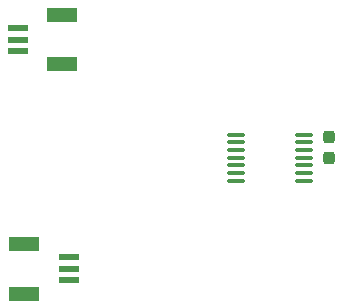
<source format=gbr>
%TF.GenerationSoftware,KiCad,Pcbnew,8.0.1*%
%TF.CreationDate,2024-03-31T21:51:29+08:00*%
%TF.ProjectId,encoder,656e636f-6465-4722-9e6b-696361645f70,rev?*%
%TF.SameCoordinates,Original*%
%TF.FileFunction,Paste,Top*%
%TF.FilePolarity,Positive*%
%FSLAX46Y46*%
G04 Gerber Fmt 4.6, Leading zero omitted, Abs format (unit mm)*
G04 Created by KiCad (PCBNEW 8.0.1) date 2024-03-31 21:51:29*
%MOMM*%
%LPD*%
G01*
G04 APERTURE LIST*
G04 Aperture macros list*
%AMRoundRect*
0 Rectangle with rounded corners*
0 $1 Rounding radius*
0 $2 $3 $4 $5 $6 $7 $8 $9 X,Y pos of 4 corners*
0 Add a 4 corners polygon primitive as box body*
4,1,4,$2,$3,$4,$5,$6,$7,$8,$9,$2,$3,0*
0 Add four circle primitives for the rounded corners*
1,1,$1+$1,$2,$3*
1,1,$1+$1,$4,$5*
1,1,$1+$1,$6,$7*
1,1,$1+$1,$8,$9*
0 Add four rect primitives between the rounded corners*
20,1,$1+$1,$2,$3,$4,$5,0*
20,1,$1+$1,$4,$5,$6,$7,0*
20,1,$1+$1,$6,$7,$8,$9,0*
20,1,$1+$1,$8,$9,$2,$3,0*%
G04 Aperture macros list end*
%ADD10R,1.710000X0.600000*%
%ADD11R,2.550000X1.200000*%
%ADD12RoundRect,0.237500X0.237500X-0.300000X0.237500X0.300000X-0.237500X0.300000X-0.237500X-0.300000X0*%
%ADD13RoundRect,0.100000X-0.637500X-0.100000X0.637500X-0.100000X0.637500X0.100000X-0.637500X0.100000X0*%
G04 APERTURE END LIST*
D10*
%TO.C,J6*%
X119220000Y-64500000D03*
X119220000Y-63500000D03*
X119220000Y-62500000D03*
D11*
X122960000Y-61390000D03*
X122960000Y-65610000D03*
%TD*%
D12*
%TO.C,C1*%
X145500000Y-73500000D03*
X145500000Y-71775000D03*
%TD*%
D13*
%TO.C,U1*%
X137650000Y-71562500D03*
X137650000Y-72212500D03*
X137650000Y-72862500D03*
X137650000Y-73512500D03*
X137650000Y-74162500D03*
X137650000Y-74812500D03*
X137650000Y-75462500D03*
X143375000Y-75462500D03*
X143375000Y-74812500D03*
X143375000Y-74162500D03*
X143375000Y-73512500D03*
X143375000Y-72862500D03*
X143375000Y-72212500D03*
X143375000Y-71562500D03*
%TD*%
D10*
%TO.C,J5*%
X123480000Y-81900000D03*
X123480000Y-82900000D03*
X123480000Y-83900000D03*
D11*
X119740000Y-85010000D03*
X119740000Y-80790000D03*
%TD*%
M02*

</source>
